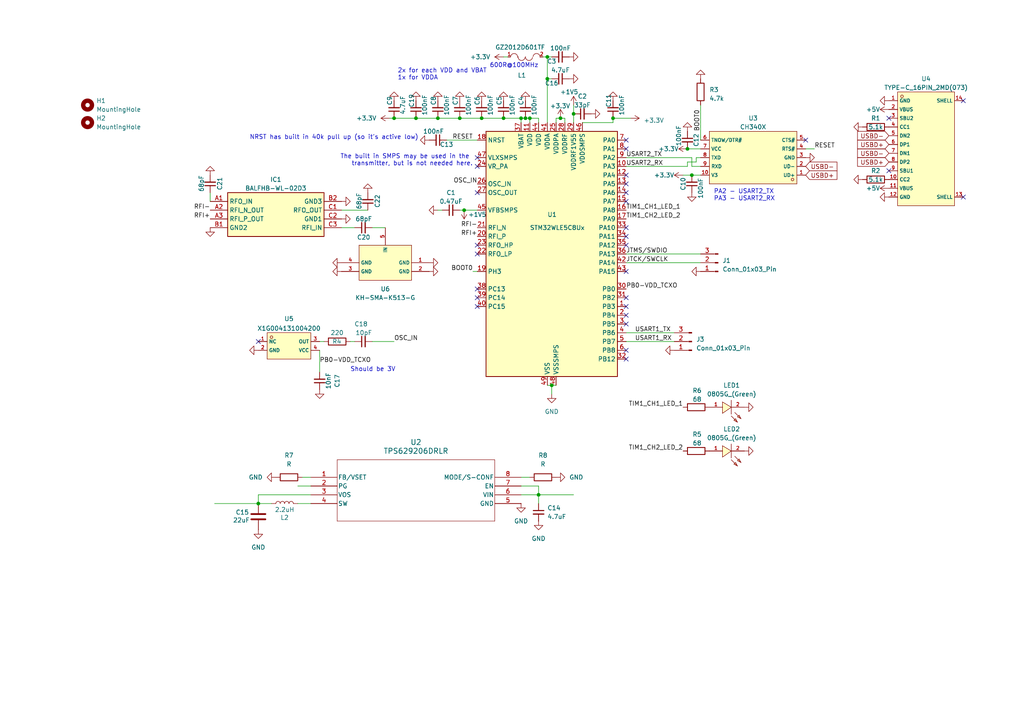
<source format=kicad_sch>
(kicad_sch (version 20231120) (generator "eeschema") (generator_version "8.0")
  (paper "A4")
  (lib_symbols
    (symbol "2024-10-27_20-25-40:TPS629206DRLR" (pin_names (offset 0.254))
      (property "Reference" "U" (at 30.48 10.16 0))
      (property "Value" "TPS629206DRLR" (at 30.48 7.62 0))
      (symbol "TPS629206DRLR_0_1"
        (polyline (pts (xy 7.62 -12.7) (xy 53.34 -12.7)) (stroke (width 0.127)))
        (polyline (pts (xy 7.62 5.08) (xy 7.62 -12.7)) (stroke (width 0.127)))
        (polyline (pts (xy 53.34 -12.7) (xy 53.34 5.08)) (stroke (width 0.127)))
        (polyline (pts (xy 53.34 5.08) (xy 7.62 5.08)) (stroke (width 0.127)))
        (pin input line (at 0 0 0) (length 7.62) (name "FB/VSET") (number "1"))
        (pin output line (at 0 -2.54 0) (length 7.62) (name "PG") (number "2"))
        (pin input line (at 0 -5.08 0) (length 7.62) (name "VOS") (number "3"))
        (pin unspecified line (at 0 -7.62 0) (length 7.62) (name "SW") (number "4"))
        (pin power_out line (at 60.96 -7.62 180) (length 7.62) (name "GND") (number "5"))
        (pin input line (at 60.96 -5.08 180) (length 7.62) (name "VIN") (number "6"))
        (pin input line (at 60.96 -2.54 180) (length 7.62) (name "EN") (number "7"))
        (pin input line (at 60.96 0 180) (length 7.62) (name "MODE/S-CONF") (number "8"))
      )
    )
    (symbol "BALFHB-WL-02D3:BALFHB-WL-02D3"
      (property "Reference" "IC" (at 34.29 7.62 0))
      (property "Value" "BALFHB-WL-02D3" (at 34.29 5.08 0))
      (symbol "BALFHB-WL-02D3_1_1"
        (rectangle (start 5.08 2.54) (end 33.02 -10.16) (stroke (width 0.254)) (fill (type background)))
        (pin passive line (at 0 0 0) (length 5.08) (name "RFO_IN") (number "A1"))
        (pin passive line (at 0 -2.54 0) (length 5.08) (name "RFI_N_OUT") (number "A2"))
        (pin passive line (at 0 -5.08 0) (length 5.08) (name "RFI_P_OUT") (number "A3"))
        (pin passive line (at 0 -7.62 0) (length 5.08) (name "GND2") (number "B1"))
        (pin passive line (at 38.1 0 180) (length 5.08) (name "GND3") (number "B2"))
        (pin passive line (at 38.1 -2.54 180) (length 5.08) (name "RFO_OUT") (number "C1"))
        (pin passive line (at 38.1 -5.08 180) (length 5.08) (name "GND1") (number "C2"))
        (pin passive line (at 38.1 -7.62 180) (length 5.08) (name "RFI_IN") (number "C3"))
      )
    )
    (symbol "Connector:Conn_01x03_Pin" (pin_names (offset 1.016) hide)
      (property "Reference" "J" (at 0 5.08 0))
      (property "Value" "Conn_01x03_Pin" (at 0 -5.08 0))
      (symbol "Conn_01x03_Pin_1_1"
        (polyline (pts (xy 1.27 -2.54) (xy 0.8636 -2.54)) (stroke (width 0.1524)))
        (polyline (pts (xy 1.27 0) (xy 0.8636 0)) (stroke (width 0.1524)))
        (polyline (pts (xy 1.27 2.54) (xy 0.8636 2.54)) (stroke (width 0.1524)))
        (rectangle (start 0.8636 -2.413) (end 0 -2.667) (stroke (width 0.1524)) (fill (type outline)))
        (rectangle (start 0.8636 0.127) (end 0 -0.127) (stroke (width 0.1524)) (fill (type outline)))
        (rectangle (start 0.8636 2.667) (end 0 2.413) (stroke (width 0.1524)) (fill (type outline)))
        (pin passive line (at 5.08 2.54 180) (length 3.81) (name "Pin_1") (number "1"))
        (pin passive line (at 5.08 0 180) (length 3.81) (name "Pin_2") (number "2"))
        (pin passive line (at 5.08 -2.54 180) (length 3.81) (name "Pin_3") (number "3"))
      )
    )
    (symbol "Device:C" (pin_numbers hide) (pin_names (offset 0.254))
      (property "Reference" "C" (at 0.635 2.54 0))
      (property "Value" "C" (at 0.635 -2.54 0))
      (symbol "C_0_1"
        (polyline (pts (xy -2.032 -0.762) (xy 2.032 -0.762)) (stroke (width 0.508)))
        (polyline (pts (xy -2.032 0.762) (xy 2.032 0.762)) (stroke (width 0.508)))
      )
      (symbol "C_1_1"
        (pin passive line (at 0 3.81 270) (length 2.794) (name "~") (number "1"))
        (pin passive line (at 0 -3.81 90) (length 2.794) (name "~") (number "2"))
      )
    )
    (symbol "Device:C_Small" (pin_numbers hide) (pin_names (offset 0.254) hide)
      (property "Reference" "C" (at 0.254 1.778 0))
      (property "Value" "C_Small" (at 0.254 -2.032 0))
      (symbol "C_Small_0_1"
        (polyline (pts (xy -1.524 -0.508) (xy 1.524 -0.508)) (stroke (width 0.3302)))
        (polyline (pts (xy -1.524 0.508) (xy 1.524 0.508)) (stroke (width 0.3048)))
      )
      (symbol "C_Small_1_1"
        (pin passive line (at 0 2.54 270) (length 2.032) (name "~") (number "1"))
        (pin passive line (at 0 -2.54 90) (length 2.032) (name "~") (number "2"))
      )
    )
    (symbol "Device:L" (pin_numbers hide) (pin_names (offset 1.016) hide)
      (property "Reference" "L" (at -1.27 0 90))
      (property "Value" "L" (at 1.905 0 90))
      (symbol "L_0_1"
        (arc (start 0 -2.54) (mid 0.6323 -1.905) (end 0 -1.27))
        (arc (start 0 -1.27) (mid 0.6323 -0.635) (end 0 0))
        (arc (start 0 0) (mid 0.6323 0.635) (end 0 1.27))
        (arc (start 0 1.27) (mid 0.6323 1.905) (end 0 2.54))
      )
      (symbol "L_1_1"
        (pin passive line (at 0 3.81 270) (length 1.27) (name "1") (number "1"))
        (pin passive line (at 0 -3.81 90) (length 1.27) (name "2") (number "2"))
      )
    )
    (symbol "Device:R" (pin_numbers hide) (pin_names (offset 0))
      (property "Reference" "R" (at 2.032 0 90))
      (property "Value" "R" (at 0 0 90))
      (symbol "R_0_1"
        (rectangle (start -1.016 -2.54) (end 1.016 2.54) (stroke (width 0.254)))
      )
      (symbol "R_1_1"
        (pin passive line (at 0 3.81 270) (length 1.27) (name "~") (number "1"))
        (pin passive line (at 0 -3.81 90) (length 1.27) (name "~") (number "2"))
      )
    )
    (symbol "GND_1" (power) (pin_numbers hide) (pin_names (offset 0) hide)
      (property "Value" "GND" (at 0 -3.81 0))
      (symbol "GND_1_0_1"
        (polyline (pts (xy 0 0) (xy 0 -1.27) (xy 1.27 -1.27) (xy 0 -2.54) (xy -1.27 -1.27) (xy 0 -1.27)))
      )
      (symbol "GND_1_1_1"
        (pin power_in line (at 0 0 270) (length 0) (name "~") (number "1"))
      )
    )
    (symbol "GND_2" (power) (pin_numbers hide) (pin_names (offset 0) hide)
      (property "Value" "GND" (at 0 -3.81 0))
      (symbol "GND_2_0_1"
        (polyline (pts (xy 0 0) (xy 0 -1.27) (xy 1.27 -1.27) (xy 0 -2.54) (xy -1.27 -1.27) (xy 0 -1.27)))
      )
      (symbol "GND_2_1_1"
        (pin power_in line (at 0 0 270) (length 0) (name "~") (number "1"))
      )
    )
    (symbol "GND_3" (power) (pin_numbers hide) (pin_names (offset 0) hide)
      (property "Value" "GND" (at 0 -3.81 0))
      (symbol "GND_3_0_1"
        (polyline (pts (xy 0 0) (xy 0 -1.27) (xy 1.27 -1.27) (xy 0 -2.54) (xy -1.27 -1.27) (xy 0 -1.27)))
      )
      (symbol "GND_3_1_1"
        (pin power_in line (at 0 0 270) (length 0) (name "~") (number "1"))
      )
    )
    (symbol "GND_4" (power) (pin_numbers hide) (pin_names (offset 0) hide)
      (property "Value" "GND" (at 0 -3.81 0))
      (symbol "GND_4_0_1"
        (polyline (pts (xy 0 0) (xy 0 -1.27) (xy 1.27 -1.27) (xy 0 -2.54) (xy -1.27 -1.27) (xy 0 -1.27)))
      )
      (symbol "GND_4_1_1"
        (pin power_in line (at 0 0 270) (length 0) (name "~") (number "1"))
      )
    )
    (symbol "GND_5" (power) (pin_numbers hide) (pin_names (offset 0) hide)
      (property "Value" "GND" (at 0 -3.81 0))
      (symbol "GND_5_0_1"
        (polyline (pts (xy 0 0) (xy 0 -1.27) (xy 1.27 -1.27) (xy 0 -2.54) (xy -1.27 -1.27) (xy 0 -1.27)))
      )
      (symbol "GND_5_1_1"
        (pin power_in line (at 0 0 270) (length 0) (name "~") (number "1"))
      )
    )
    (symbol "MCU_ST_STM32WL:STM32WLE5C8Ux"
      (property "Reference" "U" (at -17.78 36.83 0))
      (property "Value" "STM32WLE5C8Ux" (at 12.7 36.83 0))
      (symbol "STM32WLE5C8Ux_0_1"
        (rectangle (start -17.78 -35.56) (end 20.32 35.56) (stroke (width 0.254)) (fill (type background)))
      )
      (symbol "STM32WLE5C8Ux_1_1"
        (pin bidirectional line (at 22.86 -15.24 180) (length 2.54) (name "PB3") (number "1"))
        (pin bidirectional line (at 22.86 25.4 180) (length 2.54) (name "PA3") (number "10"))
        (pin power_in line (at -5.08 38.1 270) (length 2.54) (name "VDD") (number "11"))
        (pin bidirectional line (at 22.86 22.86 180) (length 2.54) (name "PA4") (number "12"))
        (pin bidirectional line (at 22.86 20.32 180) (length 2.54) (name "PA5") (number "13"))
        (pin bidirectional line (at 22.86 17.78 180) (length 2.54) (name "PA6") (number "14"))
        (pin bidirectional line (at 22.86 15.24 180) (length 2.54) (name "PA7") (number "15"))
        (pin bidirectional line (at 22.86 12.7 180) (length 2.54) (name "PA8") (number "16"))
        (pin bidirectional line (at 22.86 10.16 180) (length 2.54) (name "PA9") (number "17"))
        (pin input line (at -20.32 33.02 0) (length 2.54) (name "NRST") (number "18"))
        (pin bidirectional line (at -20.32 -5.08 0) (length 2.54) (name "PH3") (number "19"))
        (pin bidirectional line (at 22.86 -17.78 180) (length 2.54) (name "PB4") (number "2"))
        (pin bidirectional line (at -20.32 5.08 0) (length 2.54) (name "RFI_P") (number "20"))
        (pin bidirectional line (at -20.32 7.62 0) (length 2.54) (name "RFI_N") (number "21"))
        (pin bidirectional line (at -20.32 0 0) (length 2.54) (name "RFO_LP") (number "22"))
        (pin bidirectional line (at -20.32 2.54 0) (length 2.54) (name "RFO_HP") (number "23"))
        (pin power_in line (at -20.32 25.4 0) (length 2.54) (name "VR_PA") (number "24"))
        (pin power_in line (at 2.54 38.1 270) (length 2.54) (name "VDDPA") (number "25"))
        (pin input line (at -20.32 20.32 0) (length 2.54) (name "OSC_IN") (number "26"))
        (pin input line (at -20.32 17.78 0) (length 2.54) (name "OSC_OUT") (number "27"))
        (pin power_in line (at 5.08 38.1 270) (length 2.54) (name "VDDRF") (number "28"))
        (pin power_in line (at 7.62 38.1 270) (length 2.54) (name "VDDRF1V55") (number "29"))
        (pin bidirectional line (at 22.86 -20.32 180) (length 2.54) (name "PB5") (number "3"))
        (pin bidirectional line (at 22.86 -10.16 180) (length 2.54) (name "PB0") (number "30"))
        (pin bidirectional line (at 22.86 -12.7 180) (length 2.54) (name "PB2") (number "31"))
        (pin bidirectional line (at 22.86 -30.48 180) (length 2.54) (name "PB12") (number "32"))
        (pin bidirectional line (at 22.86 7.62 180) (length 2.54) (name "PA10") (number "33"))
        (pin bidirectional line (at 22.86 5.08 180) (length 2.54) (name "PA11") (number "34"))
        (pin bidirectional line (at 22.86 2.54 180) (length 2.54) (name "PA12") (number "35"))
        (pin bidirectional line (at 22.86 0 180) (length 2.54) (name "PA13") (number "36"))
        (pin power_in line (at -7.62 38.1 270) (length 2.54) (name "VBAT") (number "37"))
        (pin bidirectional line (at -20.32 -10.16 0) (length 2.54) (name "PC13") (number "38"))
        (pin bidirectional line (at -20.32 -12.7 0) (length 2.54) (name "PC14") (number "39"))
        (pin bidirectional line (at 22.86 -22.86 180) (length 2.54) (name "PB6") (number "4"))
        (pin bidirectional line (at -20.32 -15.24 0) (length 2.54) (name "PC15") (number "40"))
        (pin power_in line (at 0 38.1 270) (length 2.54) (name "VDDA") (number "41"))
        (pin bidirectional line (at 22.86 -2.54 180) (length 2.54) (name "PA14") (number "42"))
        (pin bidirectional line (at 22.86 -5.08 180) (length 2.54) (name "PA15") (number "43"))
        (pin power_in line (at -2.54 38.1 270) (length 2.54) (name "VDD") (number "44"))
        (pin input line (at -20.32 12.7 0) (length 2.54) (name "VFBSMPS") (number "45"))
        (pin power_in line (at 10.16 38.1 270) (length 2.54) (name "VDDSMPS") (number "46"))
        (pin power_in line (at -20.32 27.94 0) (length 2.54) (name "VLXSMPS") (number "47"))
        (pin power_in line (at 2.54 -38.1 90) (length 2.54) (name "VSSSMPS") (number "48"))
        (pin power_in line (at 0 -38.1 90) (length 2.54) (name "VSS") (number "49"))
        (pin bidirectional line (at 22.86 -25.4 180) (length 2.54) (name "PB7") (number "5"))
        (pin bidirectional line (at 22.86 -27.94 180) (length 2.54) (name "PB8") (number "6"))
        (pin bidirectional line (at 22.86 33.02 180) (length 2.54) (name "PA0") (number "7"))
        (pin bidirectional line (at 22.86 30.48 180) (length 2.54) (name "PA1") (number "8"))
        (pin bidirectional line (at 22.86 27.94 180) (length 2.54) (name "PA2") (number "9"))
      )
    )
    (symbol "Mechanical:MountingHole" (pin_names (offset 1.016))
      (property "Reference" "H" (at 0 5.08 0))
      (property "Value" "MountingHole" (at 0 3.175 0))
      (symbol "MountingHole_0_1"
        (circle (center 0 0) (radius 1.27) (stroke (width 1.27)))
      )
    )
    (symbol "default_lib:0805G_(Green)" (pin_names hide)
      (property "Reference" "LED" (at 0 1.27 0))
      (property "Value" "0805G_(Green)" (at 0 -2.54 0))
      (symbol "0805G_(Green)_0_1"
        (polyline (pts (xy -2.286 1.524) (xy -4.064 3.302)))
        (polyline (pts (xy -1.27 2.032) (xy -1.27 -2.032)))
        (polyline (pts (xy -1.27 2.54) (xy -3.048 4.318)))
        (polyline (pts (xy -4.064 3.302) (xy -3.048 2.794) (xy -3.556 2.286) (xy -4.064 3.302)) (fill (type background)))
        (polyline (pts (xy -3.048 4.318) (xy -2.032 3.81) (xy -2.54 3.302) (xy -3.048 4.318)) (fill (type background)))
        (polyline (pts (xy 1.27 -1.524) (xy -1.27 0) (xy 1.27 1.778) (xy 1.27 -1.524)) (fill (type background)))
        (pin unspecified line (at 5.08 0 180) (length 3.81) (name "A") (number "1"))
        (pin unspecified line (at -5.08 0 0) (length 3.81) (name "K") (number "2"))
      )
    )
    (symbol "default_lib:CH340X"
      (property "Reference" "U" (at 0 1.27 0))
      (property "Value" "CH340X" (at 0 -2.54 0))
      (symbol "CH340X_0_1"
        (rectangle (start -12.7 7.62) (end 12.7 -7.62) (fill (type background)))
        (circle (center -11.43 6.35) (radius 0.381) (fill (type background)))
        (pin unspecified line (at -15.24 5.08 0) (length 2.54) (name "UD+") (number "1"))
        (pin unspecified line (at 15.24 5.08 180) (length 2.54) (name "V3") (number "10"))
        (pin unspecified line (at -15.24 2.54 0) (length 2.54) (name "UD-") (number "2"))
        (pin unspecified line (at -15.24 0 0) (length 2.54) (name "GND") (number "3"))
        (pin unspecified line (at -15.24 -2.54 0) (length 2.54) (name "RTS#") (number "4"))
        (pin unspecified line (at -15.24 -5.08 0) (length 2.54) (name "CTS#") (number "5"))
        (pin unspecified line (at 15.24 -5.08 180) (length 2.54) (name "TNOW/DTR#") (number "6"))
        (pin unspecified line (at 15.24 -2.54 180) (length 2.54) (name "VCC") (number "7"))
        (pin unspecified line (at 15.24 0 180) (length 2.54) (name "TXD") (number "8"))
        (pin unspecified line (at 15.24 2.54 180) (length 2.54) (name "RXD") (number "9"))
      )
    )
    (symbol "default_lib:GZ2012D601TF" (pin_names hide)
      (property "Reference" "L" (at 0 1.27 0))
      (property "Value" "GZ2012D601TF" (at 0 -2.54 0))
      (symbol "GZ2012D601TF_0_1"
        (arc (start -2.2674 -0.1341) (mid -3.1595 0.9883) (end -4.2858 0.1011))
        (arc (start -2.1318 0.1001) (mid -1.2405 -1.0269) (end -0.1135 -0.1357))
        (arc (start 0.0196 0.1001) (mid 0.9108 -1.0268) (end 2.0378 -0.1357))
        (arc (start 4.2312 -0.1341) (mid 3.339 0.9884) (end 2.2128 0.1011))
        (pin unspecified line (at -5.08 0 0) (length 0.762) (name "1") (number "1"))
        (pin unspecified line (at 5.08 0 180) (length 0.762) (name "2") (number "2"))
      )
    )
    (symbol "default_lib:KH-SMA-K513-G"
      (property "Reference" "U" (at 0 1.27 0))
      (property "Value" "KH-SMA-K513-G" (at 0 -2.54 0))
      (symbol "KH-SMA-K513-G_0_1"
        (rectangle (start -7.62 5.08) (end 7.62 -5.08) (fill (type background)))
        (pin unspecified line (at -12.7 0 0) (length 5.08) (name "GND") (number "1"))
        (pin unspecified line (at -12.7 2.54 0) (length 5.08) (name "GND") (number "2"))
        (pin unspecified line (at 12.7 2.54 180) (length 5.08) (name "GND") (number "3"))
        (pin unspecified line (at 12.7 0 180) (length 5.08) (name "GND") (number "4"))
        (pin unspecified line (at 0 -10.16 90) (length 5.08) (name "IN") (number "5"))
      )
    )
    (symbol "default_lib:TYPE-C_16PIN_2MD(073)"
      (property "Reference" "U" (at 0 1.27 0))
      (property "Value" "TYPE-C_16PIN_2MD(073)" (at 0 -2.54 0))
      (symbol "TYPE-C_16PIN_2MD(073)_0_1"
        (rectangle (start -8.89 16.51) (end 7.62 -16.51) (fill (type background)))
        (circle (center -7.62 15.24) (radius 0.381) (fill (type background)))
        (pin unspecified line (at -11.43 13.97 0) (length 2.54) (name "GND") (number "1"))
        (pin unspecified line (at -11.43 -8.89 0) (length 2.54) (name "CC2") (number "10"))
        (pin unspecified line (at -11.43 -11.43 0) (length 2.54) (name "VBUS") (number "11"))
        (pin unspecified line (at -11.43 -13.97 0) (length 2.54) (name "GND") (number "12"))
        (pin unspecified line (at 10.16 -13.97 180) (length 2.54) (name "SHELL") (number "13"))
        (pin unspecified line (at 10.16 13.97 180) (length 2.54) (name "SHELL") (number "14"))
        (pin unspecified line (at -11.43 11.43 0) (length 2.54) (name "VBUS") (number "2"))
        (pin unspecified line (at -11.43 8.89 0) (length 2.54) (name "SBU2") (number "3"))
        (pin unspecified line (at -11.43 6.35 0) (length 2.54) (name "CC1") (number "4"))
        (pin unspecified line (at -11.43 3.81 0) (length 2.54) (name "DN2") (number "5"))
        (pin unspecified line (at -11.43 1.27 0) (length 2.54) (name "DP1") (number "6"))
        (pin unspecified line (at -11.43 -1.27 0) (length 2.54) (name "DN1") (number "7"))
        (pin unspecified line (at -11.43 -3.81 0) (length 2.54) (name "DP2") (number "8"))
        (pin unspecified line (at -11.43 -6.35 0) (length 2.54) (name "SBU1") (number "9"))
      )
    )
    (symbol "default_lib:X1G004131004200"
      (property "Reference" "U" (at 0 1.27 0))
      (property "Value" "X1G004131004200" (at 0 -2.54 0))
      (symbol "X1G004131004200_0_1"
        (rectangle (start -6.35 3.81) (end 6.35 -3.81) (fill (type background)))
        (circle (center -5.08 2.54) (radius 0.381) (fill (type background)))
        (pin unspecified line (at -8.89 1.27 0) (length 2.54) (name "NC") (number "1"))
        (pin unspecified line (at -8.89 -1.27 0) (length 2.54) (name "GND") (number "2"))
        (pin unspecified line (at 8.89 1.27 180) (length 2.54) (name "OUT") (number "3"))
        (pin unspecified line (at 8.89 -1.27 180) (length 2.54) (name "VCC") (number "4"))
      )
    )
    (symbol "power:+1V5" (power) (pin_names (offset 0))
      (property "Value" "+1V5" (at 0 3.556 0))
      (symbol "+1V5_0_1"
        (polyline (pts (xy -0.762 1.27) (xy 0 2.54)))
        (polyline (pts (xy 0 0) (xy 0 2.54)))
        (polyline (pts (xy 0 2.54) (xy 0.762 1.27)))
      )
      (symbol "+1V5_1_1"
        (pin power_in line (at 0 0 90) (length 0) hide (name "+1V5") (number "1"))
      )
    )
    (symbol "power:+3.3V" (power) (pin_names (offset 0))
      (property "Value" "+3.3V" (at 0 3.556 0))
      (symbol "+3.3V_0_1"
        (polyline (pts (xy -0.762 1.27) (xy 0 2.54)))
        (polyline (pts (xy 0 0) (xy 0 2.54)))
        (polyline (pts (xy 0 2.54) (xy 0.762 1.27)))
      )
      (symbol "+3.3V_1_1"
        (pin power_in line (at 0 0 90) (length 0) hide (name "+3.3V") (number "1"))
      )
    )
    (symbol "power:+5V" (power) (pin_names (offset 0))
      (property "Value" "+5V" (at 0 3.556 0))
      (symbol "+5V_0_1"
        (polyline (pts (xy -0.762 1.27) (xy 0 2.54)))
        (polyline (pts (xy 0 0) (xy 0 2.54)))
        (polyline (pts (xy 0 2.54) (xy 0.762 1.27)))
      )
      (symbol "+5V_1_1"
        (pin power_in line (at 0 0 90) (length 0) hide (name "+5V") (number "1"))
      )
    )
    (symbol "power:GND" (power) (pin_names (offset 0))
      (property "Value" "GND" (at 0 -3.81 0))
      (symbol "GND_0_1"
        (polyline (pts (xy 0 0) (xy 0 -1.27) (xy 1.27 -1.27) (xy 0 -2.54) (xy -1.27 -1.27) (xy 0 -1.27)))
      )
      (symbol "GND_1_1"
        (pin power_in line (at 0 0 270) (length 0) hide (name "GND") (number "1"))
      )
    )
  )
  (junction (at 158.75 22.86))
  (junction (at 114.3 34.29))
  (junction (at 166.37 33.02))
  (junction (at 200.66 50.8))
  (junction (at 74.93 146.05))
  (junction (at 177.8 34.29))
  (junction (at 139.7 34.29))
  (junction (at 160.02 111.76))
  (junction (at 199.39 43.18))
  (junction (at 151.13 34.29))
  (junction (at 156.21 143.51))
  (junction (at 158.75 16.51))
  (junction (at 146.05 34.29))
  (junction (at 120.65 34.29))
  (junction (at 127 34.29))
  (junction (at 133.35 34.29))
  (junction (at 153.67 34.29))
  (junction (at 162.56 34.29))
  (junction (at 134.62 60.96))
  (junction (at 152.4 34.29))
  (no_connect (at 181.61 50.8))
  (no_connect (at 138.43 45.72))
  (no_connect (at 181.61 53.34))
  (no_connect (at 181.61 93.98))
  (no_connect (at 181.61 101.6))
  (no_connect (at 181.61 104.14))
  (no_connect (at 181.61 40.64))
  (no_connect (at 181.61 86.36))
  (no_connect (at 138.43 55.88))
  (no_connect (at 181.61 78.74))
  (no_connect (at 257.81 34.29))
  (no_connect (at 279.4 57.15))
  (no_connect (at 233.68 40.64))
  (no_connect (at 181.61 66.04))
  (no_connect (at 257.81 49.53))
  (no_connect (at 181.61 43.18))
  (no_connect (at 181.61 71.12))
  (no_connect (at 74.93 99.06))
  (no_connect (at 181.61 68.58))
  (no_connect (at 138.43 71.12))
  (no_connect (at 279.4 29.21))
  (no_connect (at 138.43 86.36))
  (no_connect (at 138.43 88.9))
  (no_connect (at 138.43 48.26))
  (no_connect (at 181.61 58.42))
  (no_connect (at 138.43 83.82))
  (no_connect (at 181.61 91.44))
  (no_connect (at 181.61 55.88))
  (no_connect (at 181.61 88.9))
  (no_connect (at 138.43 73.66))
  (wire (pts (xy 157.48 16.51) (xy 158.75 16.51)))
  (wire (pts (xy 181.61 96.52) (xy 195.58 96.52)))
  (wire (pts (xy 203.2 30.48) (xy 203.2 40.64)))
  (wire (pts (xy 156.21 140.97) (xy 156.21 143.51)))
  (wire (pts (xy 201.93 45.72) (xy 203.2 45.72)))
  (wire (pts (xy 151.13 143.51) (xy 156.21 143.51)))
  (wire (pts (xy 114.3 34.29) (xy 120.65 34.29)))
  (wire (pts (xy 129.54 40.64) (xy 138.43 40.64)))
  (wire (pts (xy 198.12 50.8) (xy 200.66 50.8)))
  (wire (pts (xy 181.61 48.26) (xy 199.39 48.26)))
  (wire (pts (xy 158.75 22.86) (xy 158.75 35.56)))
  (wire (pts (xy 133.35 60.96) (xy 134.62 60.96)))
  (wire (pts (xy 101.6 99.06) (xy 102.87 99.06)))
  (wire (pts (xy 166.37 33.02) (xy 166.37 35.56)))
  (wire (pts (xy 161.29 35.56) (xy 161.29 34.29)))
  (wire (pts (xy 181.61 73.66) (xy 203.2 73.66)))
  (wire (pts (xy 127 34.29) (xy 133.35 34.29)))
  (wire (pts (xy 199.39 48.26) (xy 199.39 46.99)))
  (wire (pts (xy 151.13 34.29) (xy 151.13 35.56)))
  (wire (pts (xy 62.23 146.05) (xy 74.93 146.05)))
  (wire (pts (xy 137.16 78.74) (xy 138.43 78.74)))
  (wire (pts (xy 181.61 99.06) (xy 195.58 99.06)))
  (wire (pts (xy 87.63 138.43) (xy 90.17 138.43)))
  (wire (pts (xy 139.7 34.29) (xy 146.05 34.29)))
  (wire (pts (xy 163.83 35.56) (xy 163.83 34.29)))
  (wire (pts (xy 99.06 60.96) (xy 106.68 60.96)))
  (wire (pts (xy 127 60.96) (xy 128.27 60.96)))
  (wire (pts (xy 134.62 60.96) (xy 138.43 60.96)))
  (wire (pts (xy 158.75 111.76) (xy 160.02 111.76)))
  (wire (pts (xy 153.67 34.29) (xy 153.67 35.56)))
  (wire (pts (xy 199.39 43.18) (xy 203.2 43.18)))
  (wire (pts (xy 74.93 146.05) (xy 78.74 146.05)))
  (wire (pts (xy 200.66 48.26) (xy 203.2 48.26)))
  (wire (pts (xy 181.61 76.2) (xy 203.2 76.2)))
  (wire (pts (xy 107.95 66.04) (xy 111.76 66.04)))
  (wire (pts (xy 156.21 35.56) (xy 156.21 34.29)))
  (wire (pts (xy 60.96 55.88) (xy 60.96 58.42)))
  (wire (pts (xy 177.8 34.29) (xy 182.88 34.29)))
  (wire (pts (xy 152.4 34.29) (xy 153.67 34.29)))
  (wire (pts (xy 158.75 22.86) (xy 158.75 16.51)))
  (wire (pts (xy 162.56 34.29) (xy 161.29 34.29)))
  (wire (pts (xy 168.91 35.56) (xy 177.8 35.56)))
  (wire (pts (xy 90.17 143.51) (xy 74.93 143.51)))
  (wire (pts (xy 156.21 143.51) (xy 156.21 146.05)))
  (wire (pts (xy 200.66 50.8) (xy 203.2 50.8)))
  (wire (pts (xy 181.61 45.72) (xy 200.66 45.72)))
  (wire (pts (xy 151.13 138.43) (xy 153.67 138.43)))
  (wire (pts (xy 236.22 43.18) (xy 233.68 43.18)))
  (wire (pts (xy 166.37 30.48) (xy 166.37 33.02)))
  (wire (pts (xy 74.93 143.51) (xy 74.93 146.05)))
  (wire (pts (xy 86.36 146.05) (xy 90.17 146.05)))
  (wire (pts (xy 92.71 101.6) (xy 92.71 107.95)))
  (wire (pts (xy 200.66 45.72) (xy 200.66 48.26)))
  (wire (pts (xy 146.05 34.29) (xy 151.13 34.29)))
  (wire (pts (xy 160.02 111.76) (xy 161.29 111.76)))
  (wire (pts (xy 160.02 22.86) (xy 158.75 22.86)))
  (wire (pts (xy 86.36 140.97) (xy 90.17 140.97)))
  (wire (pts (xy 162.56 34.29) (xy 163.83 34.29)))
  (wire (pts (xy 92.71 99.06) (xy 93.98 99.06)))
  (wire (pts (xy 146.05 16.51) (xy 147.32 16.51)))
  (wire (pts (xy 201.93 46.99) (xy 201.93 45.72)))
  (wire (pts (xy 107.95 99.06) (xy 114.3 99.06)))
  (wire (pts (xy 160.02 111.76) (xy 160.02 114.3)))
  (wire (pts (xy 99.06 66.04) (xy 102.87 66.04)))
  (wire (pts (xy 158.75 16.51) (xy 160.02 16.51)))
  (wire (pts (xy 177.8 35.56) (xy 177.8 34.29)))
  (wire (pts (xy 156.21 143.51) (xy 166.37 143.51)))
  (wire (pts (xy 156.21 34.29) (xy 153.67 34.29)))
  (wire (pts (xy 120.65 34.29) (xy 127 34.29)))
  (wire (pts (xy 133.35 34.29) (xy 139.7 34.29)))
  (wire (pts (xy 151.13 140.97) (xy 156.21 140.97)))
  (wire (pts (xy 199.39 46.99) (xy 201.93 46.99)))
  (wire (pts (xy 113.03 34.29) (xy 114.3 34.29)))
  (wire (pts (xy 151.13 34.29) (xy 152.4 34.29)))
  (text "2x for each VDD and VBAT\n1x for VDDA" (at 115.316 23.368 0) (effects (font (size 1.27 1.27)) (justify left bottom)))
  (text "The built in SMPS may be used in the \ntransmitter, but is not needed here." (at 137.16 48.26 0) (effects (font (size 1.27 1.27)) (justify right bottom)))
  (text "PA2 - USART2_TX\nPA3 - USART2_RX" (at 207.01 58.42 0) (effects (font (size 1.27 1.27)) (justify left bottom)))
  (text "NRST has built in 40k pull up (so it's active low)" (at 72.39 40.64 0) (effects (font (size 1.27 1.27)) (justify left bottom)))
  (text "600R@100MHz" (at 149.098 19.05 0) (effects (font (size 1.27 1.27))))
  (text "Should be 3V" (at 101.6 107.95 0) (effects (font (size 1.27 1.27)) (justify left bottom)))
  (label "RFI+" (at 60.96 63.5 180))
  (label "TIM1_CH2_LED_2" (at 181.61 63.5 0))
  (label "OSC_IN" (at 138.43 53.34 180))
  (label "TIM1_CH1_LED_1" (at 198.12 118.11 180))
  (label "BOOT0" (at 137.16 78.74 180))
  (label "USART2_TX" (at 181.61 45.72 0))
  (label "USART2_RX" (at 181.61 48.26 0))
  (label "PB0-VDD_TCXO" (at 181.61 83.82 0))
  (label "TIM1_CH1_LED_1" (at 181.61 60.96 0))
  (label "OSC_IN" (at 114.3 99.06 0))
  (label "RESET" (at 236.22 43.18 0))
  (label "TIM1_CH2_LED_2" (at 198.12 130.81 180))
  (label "JTMS{slash}SWDIO" (at 181.61 73.66 0))
  (label "RESET" (at 137.16 40.64 180))
  (label "RFI+" (at 138.43 68.58 180))
  (label "USART1_TX" (at 184.15 96.52 0))
  (label "BOOT0" (at 203.2 31.75 270))
  (label "RFI-" (at 138.43 66.04 180))
  (label "JTCK{slash}SWCLK" (at 181.61 76.2 0))
  (label "PB0-VDD_TCXO" (at 92.71 105.41 0))
  (label "RFI-" (at 60.96 60.96 180))
  (label "USART1_RX" (at 184.15 99.06 0))
  (global_label "USBD-" (shape input) (at 257.81 44.45 180) (property "Intersheetrefs" "${INTERSHEET_REFS}" (effects (hide yes))))
  (global_label "USBD+" (shape input) (at 233.68 50.8 0) (property "Intersheetrefs" "${INTERSHEET_REFS}" (effects (hide yes))))
  (global_label "USBD-" (shape input) (at 233.68 48.26 0) (property "Intersheetrefs" "${INTERSHEET_REFS}" (effects (hide yes))))
  (global_label "USBD-" (shape input) (at 257.81 39.37 180) (property "Intersheetrefs" "${INTERSHEET_REFS}" (effects (hide yes))))
  (global_label "USBD+" (shape input) (at 257.81 41.91 180) (property "Intersheetrefs" "${INTERSHEET_REFS}" (effects (hide yes))))
  (global_label "USBD+" (shape input) (at 257.81 46.99 180) (property "Intersheetrefs" "${INTERSHEET_REFS}" (effects (hide yes))))
  (symbol (lib_id "power:+5V") (at 257.81 31.75 90) (unit 1)
    (property "Reference" "#PWR019" (effects (hide yes)))
    (property "Value" "+5V" (at 255.27 31.75 90) (effects (justify left)))
  )
  (symbol (lib_id "power:GND") (at 124.46 78.74 90) (unit 1)
    (property "Reference" "#PWR044" (effects (hide yes)))
    (property "Value" "GND" (effects (hide yes)))
  )
  (symbol (lib_id "power:GND") (at 133.35 29.21 180) (unit 1)
    (property "Reference" "#PWR012" (effects (hide yes)))
    (property "Value" "GND" (effects (hide yes)))
  )
  (symbol (lib_id "power:GND") (at 257.81 29.21 270) (unit 1)
    (property "Reference" "#PWR018" (effects (hide yes)))
    (property "Value" "GND" (effects (hide yes)))
  )
  (symbol (lib_id "2024-10-27_20-25-40:TPS629206DRLR") (at 90.17 138.43 0) (unit 1)
    (property "Reference" "U2" (at 120.65 128.27 0) (effects (font (size 1.524 1.524))))
    (property "Value" "TPS629206DRLR" (at 120.65 130.81 0) (effects (font (size 1.524 1.524))))
    (property "Footprint" "SOT5X3-8_DRL_TEX" (effects (hide yes)))
    (property "Datasheet" "TPS629206DRLR" (effects (hide yes)))
  )
  (symbol (lib_name "GND_3") (lib_id "power:GND") (at 74.93 153.67 0) (unit 1)
    (property "Reference" "#PWR029" (effects (hide yes)))
    (property "Value" "GND" (at 74.93 158.75 0))
    (property "Description" "Power symbol creates a global label with name \"GND\" , ground" (effects (hide yes)))
  )
  (symbol (lib_id "power:GND") (at 203.2 78.74 270) (unit 1)
    (property "Reference" "#PWR037" (effects (hide yes)))
    (property "Value" "GND" (effects (hide yes)))
  )
  (symbol (lib_id "Device:R") (at 254 36.83 90) (unit 1)
    (property "Reference" "R1" (at 254 34.29 90))
    (property "Value" "5.1k" (at 254 36.83 90))
    (property "Footprint" "Resistor_SMD:R_0402_1005Metric" (effects (hide yes)))
  )
  (symbol (lib_id "power:GND") (at 127 60.96 270) (unit 1)
    (property "Reference" "#PWR04" (effects (hide yes)))
    (property "Value" "GND" (effects (hide yes)))
  )
  (symbol (lib_id "power:GND") (at 120.65 29.21 180) (unit 1)
    (property "Reference" "#PWR049" (effects (hide yes)))
    (property "Value" "GND" (effects (hide yes)))
  )
  (symbol (lib_id "Device:C") (at 74.93 149.86 180) (unit 1)
    (property "Reference" "C15" (at 68.326 148.59 0) (effects (justify right)))
    (property "Value" "22uF" (at 67.564 150.876 0) (effects (justify right)))
    (property "Description" "Unpolarized capacitor" (effects (hide yes)))
  )
  (symbol (lib_name "GND_1") (lib_id "power:GND") (at 151.13 146.05 0) (unit 1)
    (property "Reference" "#PWR015" (effects (hide yes)))
    (property "Value" "GND" (at 151.13 151.13 0))
    (property "Description" "Power symbol creates a global label with name \"GND\" , ground" (effects (hide yes)))
  )
  (symbol (lib_id "Device:C_Small") (at 139.7 31.75 180) (unit 1)
    (property "Reference" "C6" (at 138.43 29.21 90))
    (property "Value" "100nF" (at 142.24 30.48 90))
    (property "Footprint" "Capacitor_SMD:C_0402_1005Metric" (effects (hide yes)))
  )
  (symbol (lib_id "default_lib:0805G_(Green)") (at 210.82 130.81 180) (unit 1)
    (property "Reference" "LED2" (at 212.217 124.46 0))
    (property "Value" "0805G_(Green)" (at 212.217 127 0))
    (property "Footprint" "jlc:LED0805-R-RD" (effects (hide yes)))
    (property "Datasheet" "https://item.szlcsc.com/88042.html" (effects (hide yes)))
    (property "LCSC" "C2297" (effects (hide yes)))
  )
  (symbol (lib_id "Device:R") (at 83.82 138.43 90) (unit 1)
    (property "Reference" "R7" (at 83.82 132.08 90))
    (property "Value" "R" (at 83.82 134.62 90))
    (property "Description" "Resistor" (effects (hide yes)))
  )
  (symbol (lib_id "Device:R") (at 157.48 138.43 90) (unit 1)
    (property "Reference" "R8" (at 157.48 132.08 90))
    (property "Value" "R" (at 157.48 134.62 90))
    (property "Description" "Resistor" (effects (hide yes)))
  )
  (symbol (lib_name "GND_4") (lib_id "power:GND") (at 80.01 138.43 270) (unit 1)
    (property "Reference" "#PWR035" (effects (hide yes)))
    (property "Value" "GND" (at 76.2 138.4299 90) (effects (justify right)))
    (property "Description" "Power symbol creates a global label with name \"GND\" , ground" (effects (hide yes)))
  )
  (symbol (lib_id "power:GND") (at 165.1 22.86 90) (unit 1)
    (property "Reference" "#PWR048" (effects (hide yes)))
    (property "Value" "GND" (effects (hide yes)))
  )
  (symbol (lib_id "power:GND") (at 99.06 58.42 90) (unit 1)
    (property "Reference" "#PWR031" (effects (hide yes)))
    (property "Value" "GND" (effects (hide yes)))
  )
  (symbol (lib_id "Device:C_Small") (at 105.41 66.04 90) (unit 1)
    (property "Reference" "C20" (at 107.442 68.834 90) (effects (justify left)))
    (property "Value" "68pF" (at 107.95 63.5 90) (effects (justify left)))
    (property "Footprint" "Capacitor_SMD:C_0402_1005Metric" (effects (hide yes)))
    (property "LCSC" "C14441" (effects (hide yes)))
  )
  (symbol (lib_id "power:+3.3V") (at 198.12 50.8 90) (unit 1)
    (property "Reference" "#PWR024" (effects (hide yes)))
    (property "Value" "+3.3V" (at 195.58 50.8 90) (effects (justify left)))
  )
  (symbol (lib_id "default_lib:0805G_(Green)") (at 210.82 118.11 180) (unit 1)
    (property "Reference" "LED1" (at 212.217 111.76 0))
    (property "Value" "0805G_(Green)" (at 212.217 114.3 0))
    (property "Footprint" "jlc:LED0805-R-RD" (effects (hide yes)))
    (property "Datasheet" "https://item.szlcsc.com/88042.html" (effects (hide yes)))
    (property "LCSC" "C2297" (effects (hide yes)))
  )
  (symbol (lib_id "power:GND") (at 215.9 118.11 90) (unit 1)
    (property "Reference" "#PWR043" (effects (hide yes)))
    (property "Value" "GND" (effects (hide yes)))
  )
  (symbol (lib_id "power:GND") (at 165.1 16.51 90) (unit 1)
    (property "Reference" "#PWR047" (effects (hide yes)))
    (property "Value" "GND" (effects (hide yes)))
  )
  (symbol (lib_id "power:GND") (at 106.68 55.88 180) (unit 1)
    (property "Reference" "#PWR052" (effects (hide yes)))
    (property "Value" "GND" (effects (hide yes)))
  )
  (symbol (lib_id "Device:C_Small") (at 133.35 31.75 180) (unit 1)
    (property "Reference" "C7" (at 132.08 29.21 90))
    (property "Value" "100nF" (at 135.89 30.48 90))
    (property "Footprint" "Capacitor_SMD:C_0402_1005Metric" (effects (hide yes)))
  )
  (symbol (lib_id "Mechanical:MountingHole") (at 25.4 30.48 0) (unit 1)
    (property "Reference" "H1" (at 27.94 29.2099 0) (effects (justify left)))
    (property "Value" "MountingHole" (at 27.94 31.7499 0) (effects (justify left)))
    (property "Footprint" "MountingHole:MountingHole_2.2mm_M2" (effects (hide yes)))
    (property "Description" "Mounting Hole without connection" (effects (hide yes)))
  )
  (symbol (lib_id "default_lib:TYPE-C_16PIN_2MD(073)") (at 269.24 43.18 0) (unit 1)
    (property "Reference" "U4" (at 268.605 22.86 0))
    (property "Value" "TYPE-C_16PIN_2MD(073)" (at 268.605 25.4 0))
    (property "Footprint" "jlc:USB-C-SMD_TYPE-C-6PIN-2MD-073" (effects (hide yes)))
    (property "Datasheet" "https://atta.szlcsc.com/upload/public/pdf/source/20210409/C2765186_34D42616F62DF94D17C4D63D74D9FD03.pdf" (effects (hide yes)))
    (property "LCSC" "C2765186" (effects (hide yes)))
  )
  (symbol (lib_id "power:GND") (at 99.06 78.74 270) (unit 1)
    (property "Reference" "#PWR045" (effects (hide yes)))
    (property "Value" "GND" (effects (hide yes)))
  )
  (symbol (lib_id "Connector:Conn_01x03_Pin") (at 200.66 99.06 180) (unit 1)
    (property "Reference" "J3" (at 201.93 98.425 0) (effects (justify right)))
    (property "Value" "Conn_01x03_Pin" (at 201.93 100.965 0) (effects (justify right)))
    (property "Footprint" "Connector_PinSocket_2.54mm:PinSocket_1x03_P2.54mm_Vertical" (effects (hide yes)))
  )
  (symbol (lib_id "power:+3.3V") (at 146.05 16.51 90) (unit 1)
    (property "Reference" "#PWR08" (effects (hide yes)))
    (property "Value" "+3.3V" (at 142.24 16.51 90) (effects (justify left)))
  )
  (symbol (lib_id "Connector:Conn_01x03_Pin") (at 208.28 76.2 180) (unit 1)
    (property "Reference" "J1" (at 209.55 75.565 0) (effects (justify right)))
    (property "Value" "Conn_01x03_Pin" (at 209.55 78.105 0) (effects (justify right)))
    (property "Footprint" "Connector_PinSocket_2.54mm:PinSocket_1x03_P2.54mm_Vertical" (effects (hide yes)))
  )
  (symbol (lib_id "power:GND") (at 171.45 33.02 90) (unit 1)
    (property "Reference" "#PWR07" (effects (hide yes)))
    (property "Value" "GND" (effects (hide yes)))
  )
  (symbol (lib_id "Device:C_Small") (at 114.3 31.75 180) (unit 1)
    (property "Reference" "C9" (at 113.03 29.21 90))
    (property "Value" "4.7uF" (at 116.84 30.48 90))
    (property "Footprint" "Capacitor_SMD:C_0603_1608Metric" (effects (hide yes)))
  )
  (symbol (lib_id "Device:C_Small") (at 162.56 16.51 270) (unit 1)
    (property "Reference" "C3" (at 160.02 17.78 90))
    (property "Value" "100nF" (at 162.56 13.97 90))
    (property "Footprint" "Capacitor_SMD:C_0402_1005Metric" (effects (hide yes)))
  )
  (symbol (lib_id "power:GND") (at 177.8 29.21 180) (unit 1)
    (property "Reference" "#PWR016" (effects (hide yes)))
    (property "Value" "GND" (effects (hide yes)))
  )
  (symbol (lib_id "power:GND") (at 74.93 101.6 270) (unit 1)
    (property "Reference" "#PWR038" (effects (hide yes)))
    (property "Value" "GND" (effects (hide yes)))
  )
  (symbol (lib_id "Device:R") (at 97.79 99.06 90) (unit 1)
    (property "Reference" "R4" (at 99.06 99.06 90) (effects (justify left)))
    (property "Value" "220" (at 99.695 96.52 90) (effects (justify left)))
    (property "Footprint" "Resistor_SMD:R_0402_1005Metric" (effects (hide yes)))
  )
  (symbol (lib_id "power:GND") (at 152.4 29.21 180) (unit 1)
    (property "Reference" "#PWR09" (effects (hide yes)))
    (property "Value" "GND" (effects (hide yes)))
  )
  (symbol (lib_id "power:GND") (at 203.2 22.86 180) (unit 1)
    (property "Reference" "#PWR030" (effects (hide yes)))
    (property "Value" "GND" (effects (hide yes)))
  )
  (symbol (lib_id "Device:C_Small") (at 152.4 31.75 180) (unit 1)
    (property "Reference" "C4" (at 151.13 29.21 90))
    (property "Value" "100nF" (at 154.94 30.48 90))
    (property "Footprint" "Capacitor_SMD:C_0402_1005Metric" (effects (hide yes)))
  )
  (symbol (lib_id "Device:C_Small") (at 60.96 53.34 180) (unit 1)
    (property "Reference" "C21" (at 63.754 51.308 90) (effects (justify left)))
    (property "Value" "68pF" (at 58.42 50.8 90) (effects (justify left)))
    (property "Footprint" "Capacitor_SMD:C_0402_1005Metric" (effects (hide yes)))
    (property "LCSC" "C14441" (effects (hide yes)))
  )
  (symbol (lib_id "default_lib:X1G004131004200") (at 83.82 100.33 0) (unit 1)
    (property "Reference" "U5" (at 83.82 92.456 0))
    (property "Value" "X1G004131004200" (at 83.82 95.25 0))
    (property "Footprint" "jlc:OSC-SMD_4P-L2.0-W1.6-BL_EPSON_TG-5006CJ-19H" (effects (hide yes)))
    (property "Datasheet" "https://4donline.ihs.com/images/VipMasterIC/IC/SEIK/SEIK-S-A0009261156/SEIK-S-A0008995800-1.pdf?hkey=52A5661711E402568146F3353EA87419" (effects (hide yes)))
    (property "LCSC" "C7527384" (effects (hide yes)))
  )
  (symbol (lib_id "Device:C_Small") (at 168.91 33.02 90) (unit 1)
    (property "Reference" "C2" (at 168.9163 27.94 90))
    (property "Value" "33pF" (at 168.91 30.48 90))
    (property "Footprint" "Capacitor_SMD:C_0402_1005Metric" (effects (hide yes)))
  )
  (symbol (lib_id "Device:C_Small") (at 177.8 31.75 180) (unit 1)
    (property "Reference" "C11" (at 176.53 29.21 90))
    (property "Value" "100nF" (at 180.34 30.48 90))
    (property "Footprint" "Capacitor_SMD:C_0402_1005Metric" (effects (hide yes)))
  )
  (symbol (lib_id "power:GND") (at 124.46 76.2 90) (unit 1)
    (property "Reference" "#PWR040" (effects (hide yes)))
    (property "Value" "GND" (effects (hide yes)))
  )
  (symbol (lib_id "Device:C_Small") (at 105.41 99.06 90) (unit 1)
    (property "Reference" "C18" (at 106.68 93.98 90) (effects (justify left)))
    (property "Value" "10pF" (at 107.95 96.52 90) (effects (justify left)))
    (property "Footprint" "Capacitor_SMD:C_0402_1005Metric" (effects (hide yes)))
  )
  (symbol (lib_id "Device:C_Small") (at 199.39 40.64 0) (unit 1)
    (property "Reference" "C12" (at 201.93 40.64 90))
    (property "Value" "100nF" (at 196.85 39.37 90))
    (property "Footprint" "Capacitor_SMD:C_0402_1005Metric" (effects (hide yes)))
  )
  (symbol (lib_id "default_lib:CH340X") (at 218.44 45.72 180) (unit 1)
    (property "Reference" "U3" (at 218.44 34.29 0))
    (property "Value" "CH340X" (at 218.44 36.83 0))
    (property "Footprint" "jlc:MSOP-10_L3.0-W3.0-P0.50-LS5.0-BL" (effects (hide yes)))
    (property "Datasheet" "https://item.szlcsc.com/221388.html" (effects (hide yes)))
    (property "LCSC" "C3035748" (effects (hide yes)))
  )
  (symbol (lib_id "power:+1V5") (at 134.62 60.96 180) (unit 1)
    (property "Reference" "#PWR05" (effects (hide yes)))
    (property "Value" "+1V5" (at 138.43 62.23 0))
  )
  (symbol (lib_id "power:+1V5") (at 166.37 30.48 0) (unit 1)
    (property "Reference" "#PWR06" (effects (hide yes)))
    (property "Value" "+1V5" (at 165.1 26.67 0))
  )
  (symbol (lib_id "power:+5V") (at 257.81 54.61 90) (unit 1)
    (property "Reference" "#PWR020" (effects (hide yes)))
    (property "Value" "+5V" (at 255.27 54.61 90) (effects (justify left)))
  )
  (symbol (lib_id "power:GND") (at 250.19 36.83 270) (unit 1)
    (property "Reference" "#PWR022" (effects (hide yes)))
    (property "Value" "GND" (effects (hide yes)))
  )
  (symbol (lib_id "MCU_ST_STM32WL:STM32WLE5C8Ux") (at 158.75 73.66 0) (unit 1)
    (property "Reference" "U1" (at 158.75 62.23 0) (effects (justify left)))
    (property "Value" "STM32WLE5C8Ux" (at 153.67 66.04 0) (effects (justify left)))
    (property "Footprint" "Package_DFN_QFN:QFN-48-1EP_7x7mm_P0.5mm_EP5.6x5.6mm" (effects (hide yes)))
    (property "Datasheet" "https://www.st.com/resource/en/datasheet/stm32wle5c8.pdf" (effects (hide yes)))
  )
  (symbol (lib_id "power:GND") (at 99.06 63.5 90) (unit 1)
    (property "Reference" "#PWR033" (effects (hide yes)))
    (property "Value" "GND" (effects (hide yes)))
  )
  (symbol (lib_id "Device:C_Small") (at 127 40.64 270) (unit 1)
    (property "Reference" "C13" (at 129.54 41.91 90))
    (property "Value" "100nF" (at 125.73 38.1 90))
    (property "Footprint" "Capacitor_SMD:C_0402_1005Metric" (effects (hide yes)))
  )
  (symbol (lib_id "power:GND") (at 160.02 114.3 0) (unit 1)
    (property "Reference" "#PWR02" (effects (hide yes)))
    (property "Value" "GND" (at 160.02 119.38 0))
  )
  (symbol (lib_id "power:GND") (at 99.06 76.2 270) (unit 1)
    (property "Reference" "#PWR046" (effects (hide yes)))
    (property "Value" "GND" (effects (hide yes)))
  )
  (symbol (lib_id "power:GND") (at 200.66 55.88 0) (unit 1)
    (property "Reference" "#PWR027" (effects (hide yes)))
    (property "Value" "GND" (effects (hide yes)))
  )
  (symbol (lib_id "power:GND") (at 114.3 29.21 180) (unit 1)
    (property "Reference" "#PWR014" (effects (hide yes)))
    (property "Value" "GND" (effects (hide yes)))
  )
  (symbol (lib_id "power:+3.3V") (at 162.56 34.29 0) (unit 1)
    (property "Reference" "#PWR050" (effects (hide yes)))
    (property "Value" "+3.3V" (at 159.512 30.734 0) (effects (justify left)))
  )
  (symbol (lib_id "Device:C_Small") (at 120.65 31.75 180) (unit 1)
    (property "Reference" "C19" (at 119.38 29.21 90))
    (property "Value" "100nF" (at 123.19 30.48 90))
    (property "Footprint" "Capacitor_SMD:C_0402_1005Metric" (effects (hide yes)))
  )
  (symbol (lib_id "Device:R") (at 203.2 26.67 0) (unit 1)
    (property "Reference" "R3" (at 205.74 26.035 0) (effects (justify left)))
    (property "Value" "4.7k" (at 205.74 28.575 0) (effects (justify left)))
    (property "Footprint" "Resistor_SMD:R_0402_1005Metric" (effects (hide yes)))
  )
  (symbol (lib_id "Device:C_Small") (at 130.81 60.96 90) (unit 1)
    (property "Reference" "C1" (at 130.8163 55.88 90))
    (property "Value" "0.47uF" (at 130.8163 58.42 90))
    (property "Footprint" "Capacitor_SMD:C_0603_1608Metric" (effects (hide yes)))
  )
  (symbol (lib_id "Device:R") (at 201.93 130.81 90) (unit 1)
    (property "Reference" "R5" (at 202.184 125.984 90))
    (property "Value" "68" (at 202.184 128.524 90))
    (property "Footprint" "Resistor_SMD:R_0603_1608Metric" (effects (hide yes)))
    (property "Description" "Resistor" (effects (hide yes)))
  )
  (symbol (lib_id "default_lib:KH-SMA-K513-G") (at 111.76 76.2 180) (unit 1)
    (property "Reference" "U6" (at 111.76 83.82 0))
    (property "Value" "KH-SMA-K513-G" (at 111.76 86.36 0))
    (property "Footprint" "jlc:ANT-TH_KH-SMA-K513-G" (effects (hide yes)))
    (property "Datasheet" "https://item.szlcsc.com/402832.html" (effects (hide yes)))
    (property "LCSC" "C411575" (effects (hide yes)))
  )
  (symbol (lib_id "Device:C_Small") (at 127 31.75 180) (unit 1)
    (property "Reference" "C8" (at 125.73 29.21 90))
    (property "Value" "100nF" (at 129.54 30.48 90))
    (property "Footprint" "Capacitor_SMD:C_0402_1005Metric" (effects (hide yes)))
  )
  (symbol (lib_id "power:GND") (at 127 29.21 180) (unit 1)
    (property "Reference" "#PWR013" (effects (hide yes)))
    (property "Value" "GND" (effects (hide yes)))
  )
  (symbol (lib_id "Mechanical:MountingHole") (at 25.4 35.56 0) (unit 1)
    (property "Reference" "H2" (at 27.94 34.2899 0) (effects (justify left)))
    (property "Value" "MountingHole" (at 27.94 36.8299 0) (effects (justify left)))
    (property "Footprint" "MountingHole:MountingHole_2.2mm_M2" (effects (hide yes)))
    (property "Description" "Mounting Hole without connection" (effects (hide yes)))
  )
  (symbol (lib_id "power:+3.3V") (at 199.39 43.18 90) (unit 1)
    (property "Reference" "#PWR025" (effects (hide yes)))
    (property "Value" "+3.3V" (at 196.85 43.18 90) (effects (justify left)))
  )
  (symbol (lib_name "GND_5") (lib_id "power:GND") (at 161.29 138.43 90) (unit 1)
    (property "Reference" "#PWR036" (effects (hide yes)))
    (property "Value" "GND" (at 165.1 138.4299 90) (effects (justify right)))
    (property "Description" "Power symbol creates a global label with name \"GND\" , ground" (effects (hide yes)))
  )
  (symbol (lib_id "power:+3.3V") (at 182.88 34.29 270) (unit 1)
    (property "Reference" "#PWR03" (effects (hide yes)))
    (property "Value" "+3.3V" (at 186.69 34.925 90) (effects (justify left)))
  )
  (symbol (lib_name "GND_2") (lib_id "power:GND") (at 156.21 151.13 0) (unit 1)
    (property "Reference" "#PWR017" (effects (hide yes)))
    (property "Value" "GND" (at 156.21 156.21 0))
    (property "Description" "Power symbol creates a global label with name \"GND\" , ground" (effects (hide yes)))
  )
  (symbol (lib_id "power:GND") (at 60.96 50.8 180) (unit 1)
    (property "Reference" "#PWR051" (effects (hide yes)))
    (property "Value" "GND" (effects (hide yes)))
  )
  (symbol (lib_id "power:+3.3V") (at 113.03 34.29 90) (unit 1)
    (property "Reference" "#PWR01" (effects (hide yes)))
    (property "Value" "+3.3V" (at 109.22 34.29 90) (effects (justify left)))
  )
  (symbol (lib_id "power:GND") (at 215.9 130.81 90) (unit 1)
    (property "Reference" "#PWR041" (effects (hide yes)))
    (property "Value" "GND" (effects (hide yes)))
  )
  (symbol (lib_id "power:GND") (at 146.05 29.21 180) (unit 1)
    (property "Reference" "#PWR010" (effects (hide yes)))
    (property "Value" "GND" (effects (hide yes)))
  )
  (symbol (lib_id "power:GND") (at 60.96 66.04 0) (unit 1)
    (property "Reference" "#PWR032" (effects (hide yes)))
    (property "Value" "GND" (effects (hide yes)))
  )
  (symbol (lib_id "Device:C_Small") (at 156.21 148.59 0) (unit 1)
    (property "Reference" "C14" (at 158.75 147.3262 0) (effects (justify left)))
    (property "Value" "4.7uF" (at 158.75 149.8662 0) (effects (justify left)))
    (property "Description" "Unpolarized capacitor, small symbol" (effects (hide yes)))
  )
  (symbol (lib_id "Device:R") (at 254 52.07 90) (unit 1)
    (property "Reference" "R2" (at 254 49.53 90))
    (property "Value" "5.1k" (at 254 52.07 90))
    (property "Footprint" "Resistor_SMD:R_0402_1005Metric" (effects (hide yes)))
  )
  (symbol (lib_id "power:GND") (at 124.46 40.64 270) (unit 1)
    (property "Reference" "#PWR034" (effects (hide yes)))
    (property "Value" "GND" (effects (hide yes)))
  )
  (symbol (lib_id "power:GND") (at 250.19 52.07 270) (unit 1)
    (property "Reference" "#PWR023" (effects (hide yes)))
    (property "Value" "GND" (effects (hide yes)))
  )
  (symbol (lib_id "power:GND") (at 139.7 29.21 180) (unit 1)
    (property "Reference" "#PWR011" (effects (hide yes)))
    (property "Value" "GND" (effects (hide yes)))
  )
  (symbol (lib_id "default_lib:GZ2012D601TF") (at 152.4 16.51 0) (unit 1)
    (property "Reference" "L1" (at 151.384 21.844 0))
    (property "Value" "GZ2012D601TF" (at 150.876 13.716 0))
    (property "Footprint" "jlc:L0805" (effects (hide yes)))
    (property "Datasheet" "https://item.szlcsc.com/344132.html" (effects (hide yes)))
    (property "LCSC" "C1017" (effects (hide yes)))
  )
  (symbol (lib_id "Device:C_Small") (at 162.56 22.86 270) (unit 1)
    (property "Reference" "C16" (at 160.02 24.13 90))
    (property "Value" "4.7uF" (at 162.56 20.32 90))
    (property "Footprint" "Capacitor_SMD:C_0603_1608Metric" (effects (hide yes)))
  )
  (symbol (lib_id "Device:C_Small") (at 146.05 31.75 180) (unit 1)
    (property "Reference" "C5" (at 144.78 29.21 90))
    (property "Value" "100nF" (at 148.59 30.48 90))
    (property "Footprint" "Capacitor_SMD:C_0402_1005Metric" (effects (hide yes)))
  )
  (symbol (lib_id "power:GND") (at 257.81 57.15 270) (unit 1)
    (property "Reference" "#PWR021" (effects (hide yes)))
    (property "Value" "GND" (effects (hide yes)))
  )
  (symbol (lib_id "Device:C_Small") (at 92.71 110.49 180) (unit 1)
    (property "Reference" "C17" (at 97.79 110.4836 90))
    (property "Value" "10nF" (at 95.25 110.4836 90))
    (property "Footprint" "Capacitor_SMD:C_0402_1005Metric" (effects (hide yes)))
  )
  (symbol (lib_id "Device:L") (at 82.55 146.05 90) (unit 1)
    (property "Reference" "L2" (at 82.55 150.114 90))
    (property "Value" "2.2uH" (at 82.55 147.828 90))
    (property "Description" "Inductor" (effects (hide yes)))
  )
  (symbol (lib_id "Device:C_Small") (at 106.68 58.42 180) (unit 1)
    (property "Reference" "C22" (at 109.474 56.388 90) (effects (justify left)))
    (property "Value" "68pF" (at 104.14 55.88 90) (effects (justify left)))
    (property "Footprint" "Capacitor_SMD:C_0402_1005Metric" (effects (hide yes)))
    (property "LCSC" "C14441" (effects (hide yes)))
  )
  (symbol (lib_id "Device:R") (at 201.93 118.11 90) (unit 1)
    (property "Reference" "R6" (at 202.184 113.284 90))
    (property "Value" "68" (at 202.184 115.824 90))
    (property "Footprint" "Resistor_SMD:R_0603_1608Metric" (effects (hide yes)))
    (property "Description" "Resistor" (effects (hide yes)))
  )
  (symbol (lib_id "power:GND") (at 195.58 101.6 270) (unit 1)
    (property "Reference" "#PWR042" (effects (hide yes)))
    (property "Value" "GND" (effects (hide yes)))
  )
  (symbol (lib_id "Device:C_Small") (at 200.66 53.34 180) (unit 1)
    (property "Reference" "C10" (at 198.12 53.34 90))
    (property "Value" "100nF" (at 203.2 54.61 90))
    (property "Footprint" "Capacitor_SMD:C_0402_1005Metric" (effects (hide yes)))
  )
  (symbol (lib_id "power:GND") (at 233.68 45.72 90) (unit 1)
    (property "Reference" "#PWR026" (effects (hide yes)))
    (property "Value" "GND" (effects (hide yes)))
  )
  (symbol (lib_id "power:GND") (at 92.71 113.03 0) (unit 1)
    (property "Reference" "#PWR039" (effects (hide yes)))
    (property "Value" "GND" (effects (hide yes)))
  )
  (symbol (lib_id "power:GND") (at 199.39 38.1 180) (unit 1)
    (property "Reference" "#PWR028" (effects (hide yes)))
    (property "Value" "GND" (effects (hide yes)))
  )
  (symbol (lib_id "BALFHB-WL-02D3:BALFHB-WL-02D3") (at 60.96 58.42 0) (unit 1)
    (property "Reference" "IC1" (at 80.01 52.07 0))
    (property "Value" "BALFHB-WL-02D3" (at 80.01 54.61 0))
    (property "Footprint" "jlc:BALFHBWL02D3" (effects (hide yes)))
    (property "Datasheet" "https://www.st.com/resource/en/datasheet/balfhb-wl-02d3.pdf" (effects (hide yes)))
    (property "Height" "0.68" (effects (hide yes)))
    (property "Manufacturer_Name" "STMicroelectronics" (effects (hide yes)))
    (property "Manufacturer_Part_Number" "BALFHB-WL-02D3" (effects (hide yes)))
    (property "Mouser Part Number" "511-BALFHB-WL-02D3" (effects (hide yes)))
    (property "Mouser Price/Stock" "https://www.mouser.co.uk/ProductDetail/STMicroelectronics/BALFHB-WL-02D3?qs=T%252BzbugeAwjiiXP9WLIpAiQ%3D%3D" (effects (hide yes)))
  )
)
</source>
